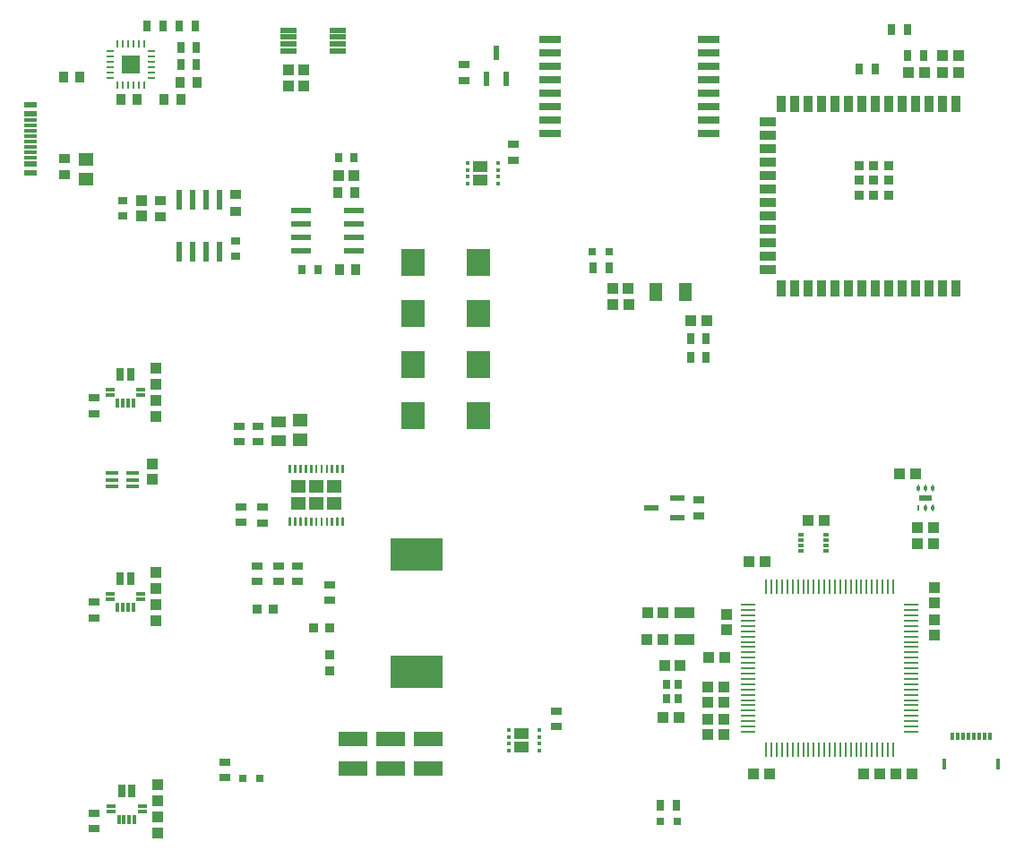
<source format=gbr>
%TF.GenerationSoftware,Altium Limited,Altium Designer,24.4.1 (13)*%
G04 Layer_Color=8421504*
%FSLAX45Y45*%
%MOMM*%
%TF.SameCoordinates,7BA59CB3-8EBC-4C6A-B4C6-80429C3BB8AE*%
%TF.FilePolarity,Positive*%
%TF.FileFunction,Paste,Top*%
%TF.Part,Single*%
G01*
G75*
%TA.AperFunction,SMDPad,CuDef*%
%ADD10R,1.15000X0.30000*%
%ADD11R,1.15000X0.60000*%
%TA.AperFunction,ConnectorPad*%
%ADD12R,0.90000X1.50000*%
%TA.AperFunction,SMDPad,CuDef*%
%ADD13R,0.30000X0.70000*%
%ADD14R,0.30000X1.00000*%
%ADD15R,0.80000X0.80000*%
G04:AMPARAMS|DCode=16|XSize=0.60607mm|YSize=0.29247mm|CornerRadius=0.14624mm|HoleSize=0mm|Usage=FLASHONLY|Rotation=90.000|XOffset=0mm|YOffset=0mm|HoleType=Round|Shape=RoundedRectangle|*
%AMROUNDEDRECTD16*
21,1,0.60607,0.00000,0,0,90.0*
21,1,0.31360,0.29247,0,0,90.0*
1,1,0.29247,0.00000,0.15680*
1,1,0.29247,0.00000,-0.15680*
1,1,0.29247,0.00000,-0.15680*
1,1,0.29247,0.00000,0.15680*
%
%ADD16ROUNDEDRECTD16*%
%ADD17R,0.29247X0.60607*%
%ADD19R,0.80000X1.00000*%
%ADD20R,1.00000X0.80000*%
%ADD26R,1.05000X1.00000*%
%ADD27R,2.30000X2.52000*%
%ADD28R,2.00000X0.80000*%
%ADD30R,0.68107X0.23928*%
G04:AMPARAMS|DCode=31|XSize=0.68107mm|YSize=0.23928mm|CornerRadius=0.11964mm|HoleSize=0mm|Usage=FLASHONLY|Rotation=180.000|XOffset=0mm|YOffset=0mm|HoleType=Round|Shape=RoundedRectangle|*
%AMROUNDEDRECTD31*
21,1,0.68107,0.00000,0,0,180.0*
21,1,0.44178,0.23928,0,0,180.0*
1,1,0.23928,-0.22089,0.00000*
1,1,0.23928,0.22089,0.00000*
1,1,0.23928,0.22089,0.00000*
1,1,0.23928,-0.22089,0.00000*
%
%ADD31ROUNDEDRECTD31*%
G04:AMPARAMS|DCode=32|XSize=0.23928mm|YSize=0.68107mm|CornerRadius=0.11964mm|HoleSize=0mm|Usage=FLASHONLY|Rotation=180.000|XOffset=0mm|YOffset=0mm|HoleType=Round|Shape=RoundedRectangle|*
%AMROUNDEDRECTD32*
21,1,0.23928,0.44178,0,0,180.0*
21,1,0.00000,0.68107,0,0,180.0*
1,1,0.23928,0.00000,0.22089*
1,1,0.23928,0.00000,0.22089*
1,1,0.23928,0.00000,-0.22089*
1,1,0.23928,0.00000,-0.22089*
%
%ADD32ROUNDEDRECTD32*%
%ADD34R,0.54000X0.35000*%
%TA.AperFunction,ConnectorPad*%
G04:AMPARAMS|DCode=35|XSize=0.45mm|YSize=1.55mm|CornerRadius=0.0495mm|HoleSize=0mm|Usage=FLASHONLY|Rotation=270.000|XOffset=0mm|YOffset=0mm|HoleType=Round|Shape=RoundedRectangle|*
%AMROUNDEDRECTD35*
21,1,0.45000,1.45100,0,0,270.0*
21,1,0.35100,1.55000,0,0,270.0*
1,1,0.09900,-0.72550,-0.17550*
1,1,0.09900,-0.72550,0.17550*
1,1,0.09900,0.72550,0.17550*
1,1,0.09900,0.72550,-0.17550*
%
%ADD35ROUNDEDRECTD35*%
%TA.AperFunction,SMDPad,CuDef*%
%ADD38R,0.89000X0.93000*%
%ADD39R,1.38000X1.10000*%
%ADD40R,1.45000X1.15000*%
%ADD41R,0.93000X0.89000*%
%ADD44R,1.46200X0.27940*%
%ADD45R,0.27940X1.46200*%
%ADD46R,1.90000X1.10000*%
%ADD47R,1.00000X1.05000*%
%ADD48R,0.80000X0.90000*%
%ADD49R,2.81000X1.45000*%
%ADD50R,5.00000X3.10000*%
%ADD51R,0.60000X1.35000*%
%ADD52R,1.35000X0.60000*%
%TA.AperFunction,ConnectorPad*%
%ADD53R,1.50000X0.90000*%
%TA.AperFunction,BGAPad,CuDef*%
%ADD54R,0.90000X0.90000*%
%TA.AperFunction,SMDPad,CuDef*%
%ADD55R,1.30000X1.80000*%
%ADD56R,0.65000X0.90000*%
%ADD57R,1.04000X1.02000*%
%ADD58R,0.92000X0.98000*%
%ADD59R,0.90000X0.65000*%
%ADD60R,0.98000X0.92000*%
%ADD61R,0.50800X1.98120*%
%ADD62R,1.02000X1.04000*%
%ADD63R,1.98120X0.50800*%
G04:AMPARAMS|DCode=64|XSize=1.19mm|YSize=0.4mm|CornerRadius=0.05mm|HoleSize=0mm|Usage=FLASHONLY|Rotation=180.000|XOffset=0mm|YOffset=0mm|HoleType=Round|Shape=RoundedRectangle|*
%AMROUNDEDRECTD64*
21,1,1.19000,0.30000,0,0,180.0*
21,1,1.09000,0.40000,0,0,180.0*
1,1,0.10000,-0.54500,0.15000*
1,1,0.10000,0.54500,0.15000*
1,1,0.10000,0.54500,-0.15000*
1,1,0.10000,-0.54500,-0.15000*
%
%ADD64ROUNDEDRECTD64*%
%ADD65R,0.30000X0.85000*%
%ADD66R,0.85000X0.30000*%
%TA.AperFunction,Conductor*%
%ADD77R,0.80000X1.30000*%
%ADD78R,0.80000X1.30000*%
%TA.AperFunction,NonConductor*%
%ADD158R,1.24582X0.54582*%
%ADD159R,1.80250X1.80250*%
%ADD160R,0.45000X0.34000*%
%ADD161R,1.44500X1.02000*%
%ADD162R,1.40000X1.30000*%
%ADD163R,1.40000X1.30000*%
%ADD164R,1.40000X1.30000*%
%ADD165R,1.40000X1.30000*%
G36*
X6232100Y6423100D02*
Y6420813D01*
X6230349Y6416586D01*
X6227114Y6413351D01*
X6222887Y6411600D01*
X6218312D01*
X6214086Y6413351D01*
X6210850Y6416586D01*
X6209100Y6420813D01*
Y6421213D01*
Y6423100D01*
Y6423600D01*
Y6491600D01*
X6232100D01*
Y6423100D01*
D02*
G37*
G36*
X6182100D02*
Y6420813D01*
X6180349Y6416586D01*
X6177114Y6413351D01*
X6172887Y6411600D01*
X6168313D01*
X6164086Y6413351D01*
X6160851Y6416586D01*
X6159100Y6420813D01*
Y6421213D01*
Y6423100D01*
Y6423600D01*
Y6491600D01*
X6182100D01*
X6182100Y6423100D01*
D02*
G37*
G36*
X6132100D02*
Y6420813D01*
X6130349Y6416586D01*
X6127114Y6413351D01*
X6122887Y6411600D01*
X6118312D01*
X6114086Y6413351D01*
X6110850Y6416586D01*
X6109100Y6420813D01*
Y6423100D01*
X6109100D01*
Y6491600D01*
X6132100D01*
Y6423100D01*
D02*
G37*
G36*
X6082100D02*
Y6420813D01*
X6080349Y6416586D01*
X6077114Y6413351D01*
X6072887Y6411600D01*
X6068312D01*
X6064086Y6413351D01*
X6060850Y6416586D01*
X6059100Y6420813D01*
Y6421213D01*
Y6423100D01*
Y6423600D01*
Y6491600D01*
X6082100D01*
X6082100Y6423100D01*
D02*
G37*
G36*
X6032100D02*
Y6420813D01*
X6030349Y6416586D01*
X6027114Y6413351D01*
X6022887Y6411600D01*
X6018312D01*
X6014086Y6413351D01*
X6010850Y6416586D01*
X6009100Y6420813D01*
Y6423100D01*
X6009100D01*
Y6491600D01*
X6032100D01*
Y6423100D01*
D02*
G37*
G36*
X5982100D02*
Y6420813D01*
X5980349Y6416586D01*
X5977114Y6413351D01*
X5972887Y6411600D01*
X5968312D01*
X5964086Y6413351D01*
X5960850Y6416586D01*
X5959100Y6420813D01*
Y6423100D01*
Y6423600D01*
Y6491600D01*
X5982100D01*
Y6423100D01*
D02*
G37*
G36*
X5932100D02*
Y6420813D01*
X5930349Y6416586D01*
X5927114Y6413351D01*
X5922887Y6411600D01*
X5918313D01*
X5914086Y6413351D01*
X5910851Y6416586D01*
X5909100Y6420813D01*
Y6421213D01*
Y6423100D01*
Y6423600D01*
Y6491600D01*
X5932100D01*
X5932100Y6423100D01*
D02*
G37*
G36*
X5882100D02*
Y6420813D01*
X5880349Y6416586D01*
X5877114Y6413351D01*
X5872887Y6411600D01*
X5868312D01*
X5864086Y6413351D01*
X5860850Y6416586D01*
X5859100Y6420813D01*
Y6423100D01*
X5859100D01*
Y6491600D01*
X5882100D01*
Y6423100D01*
D02*
G37*
G36*
X5832100D02*
Y6420813D01*
X5830349Y6416586D01*
X5827114Y6413351D01*
X5822887Y6411600D01*
X5818312D01*
X5814086Y6413351D01*
X5810850Y6416586D01*
X5809100Y6420813D01*
Y6421213D01*
Y6423600D01*
Y6491600D01*
X5832100D01*
X5832100Y6423100D01*
D02*
G37*
G36*
X5782100D02*
Y6420813D01*
X5780349Y6416586D01*
X5777114Y6413351D01*
X5772887Y6411600D01*
X5768312D01*
X5764085Y6413351D01*
X5760850Y6416586D01*
X5759100Y6420813D01*
Y6423100D01*
X5759100D01*
Y6491600D01*
X5782100D01*
Y6423100D01*
D02*
G37*
G36*
X5732100D02*
Y6420813D01*
X5730349Y6416586D01*
X5727114Y6413351D01*
X5722887Y6411600D01*
X5718312D01*
X5714086Y6413351D01*
X5710850Y6416586D01*
X5709100Y6420813D01*
Y6423100D01*
Y6423600D01*
Y6491600D01*
X5732100D01*
Y6423100D01*
D02*
G37*
G36*
X6227114Y5994849D02*
X6230349Y5991614D01*
X6232100Y5987387D01*
Y5985100D01*
Y5916600D01*
X6209100D01*
Y5985100D01*
Y5987387D01*
X6210850Y5991614D01*
X6214086Y5994849D01*
X6218312Y5996600D01*
X6222887D01*
X6227114Y5994849D01*
D02*
G37*
G36*
X6177114D02*
X6180349Y5991614D01*
X6182100Y5987387D01*
Y5985100D01*
X6182100D01*
Y5916600D01*
X6159100D01*
Y5985100D01*
Y5987387D01*
X6160851Y5991614D01*
X6164086Y5994849D01*
X6168313Y5996600D01*
X6172887D01*
X6177114Y5994849D01*
D02*
G37*
G36*
X6127114D02*
X6130349Y5991614D01*
X6132100Y5987387D01*
Y5985100D01*
Y5916600D01*
X6109100D01*
X6109100Y5985100D01*
Y5987387D01*
X6110850Y5991614D01*
X6114086Y5994849D01*
X6118312Y5996600D01*
X6122887D01*
X6127114Y5994849D01*
D02*
G37*
G36*
X6077114D02*
X6080349Y5991614D01*
X6082100Y5987387D01*
Y5985100D01*
X6082100D01*
Y5916600D01*
X6059100D01*
Y5985100D01*
Y5987387D01*
X6060850Y5991614D01*
X6064086Y5994849D01*
X6068312Y5996600D01*
X6072887D01*
X6077114Y5994849D01*
D02*
G37*
G36*
X6027114D02*
X6030349Y5991614D01*
X6032100Y5987387D01*
Y5985100D01*
Y5916600D01*
X6009100D01*
X6009100Y5985100D01*
Y5987387D01*
X6010850Y5991614D01*
X6014086Y5994849D01*
X6018312Y5996600D01*
X6022887D01*
X6027114Y5994849D01*
D02*
G37*
G36*
X5977114D02*
X5980349Y5991614D01*
X5982100Y5987387D01*
Y5985100D01*
Y5916600D01*
X5959100D01*
Y5985100D01*
Y5987387D01*
X5960850Y5991614D01*
X5964086Y5994849D01*
X5968312Y5996600D01*
X5972887D01*
X5977114Y5994849D01*
D02*
G37*
G36*
X5927114D02*
X5930349Y5991614D01*
X5932100Y5987387D01*
Y5985100D01*
X5932100D01*
Y5916600D01*
X5909100D01*
Y5985100D01*
Y5987387D01*
X5910851Y5991614D01*
X5914086Y5994849D01*
X5918313Y5996600D01*
X5922887D01*
X5927114Y5994849D01*
D02*
G37*
G36*
X5877114D02*
X5880349Y5991614D01*
X5882100Y5987387D01*
Y5985100D01*
Y5916600D01*
X5859100D01*
X5859100Y5985100D01*
Y5987387D01*
X5860850Y5991614D01*
X5864086Y5994849D01*
X5868312Y5996600D01*
X5872887D01*
X5877114Y5994849D01*
D02*
G37*
G36*
X5827114D02*
X5830349Y5991614D01*
X5832100Y5987387D01*
Y5985100D01*
X5832100D01*
Y5916600D01*
X5809100D01*
Y5985100D01*
Y5987387D01*
X5810850Y5991614D01*
X5814086Y5994849D01*
X5818312Y5996600D01*
X5822887D01*
X5827114Y5994849D01*
D02*
G37*
G36*
X5777114D02*
X5780349Y5991614D01*
X5782100Y5987387D01*
Y5985100D01*
Y5916600D01*
X5759100D01*
X5759100Y5985100D01*
Y5987387D01*
X5760850Y5991614D01*
X5764085Y5994849D01*
X5768312Y5996600D01*
X5772887D01*
X5777114Y5994849D01*
D02*
G37*
G36*
X5727114D02*
X5730349Y5991614D01*
X5732100Y5987387D01*
Y5985100D01*
Y5916600D01*
X5709100D01*
Y5985100D01*
Y5987387D01*
X5710850Y5991614D01*
X5714086Y5994849D01*
X5718312Y5996600D01*
X5722887D01*
X5727114Y5994849D01*
D02*
G37*
D10*
X3268980Y9748220D02*
D03*
Y9698220D02*
D03*
Y9648220D02*
D03*
Y9398220D02*
D03*
Y9448220D02*
D03*
Y9498220D02*
D03*
Y9598220D02*
D03*
Y9548220D02*
D03*
D11*
Y9333220D02*
D03*
Y9813220D02*
D03*
Y9253220D02*
D03*
Y9893220D02*
D03*
D12*
X10360800Y9906800D02*
D03*
X10487800D02*
D03*
X12011800Y8156800D02*
D03*
X11884800D02*
D03*
X11757800D02*
D03*
X11630800D02*
D03*
X11503800D02*
D03*
X11376800D02*
D03*
X11249800D02*
D03*
X11122800D02*
D03*
X10995800D02*
D03*
X10868800D02*
D03*
X10741800D02*
D03*
X10614800D02*
D03*
X10487800D02*
D03*
X10360800D02*
D03*
X10614800Y9906800D02*
D03*
X10741800D02*
D03*
X10868800D02*
D03*
X10995800D02*
D03*
X11122800D02*
D03*
X11249800D02*
D03*
X11376800D02*
D03*
X11503800D02*
D03*
X11630800D02*
D03*
X11757800D02*
D03*
X11884800D02*
D03*
X12011800D02*
D03*
D13*
X12184380Y3924300D02*
D03*
X12134380D02*
D03*
X12084380D02*
D03*
X12034380D02*
D03*
X11984380D02*
D03*
X12234380D02*
D03*
X12284380D02*
D03*
X12334380D02*
D03*
D14*
X11905380Y3659300D02*
D03*
X12413380D02*
D03*
D15*
X9381480Y3124200D02*
D03*
X9221480D02*
D03*
X8741400Y8509000D02*
D03*
X8581400D02*
D03*
X5439400Y3530600D02*
D03*
X5279400D02*
D03*
D16*
X11660692Y6274103D02*
D03*
X11725692D02*
D03*
X11790692D02*
D03*
Y6083497D02*
D03*
X11725692D02*
D03*
D17*
X11660692D02*
D03*
D19*
X9371400Y3276600D02*
D03*
X9221400D02*
D03*
X8736400Y8356600D02*
D03*
X8586400D02*
D03*
X11708200Y10363200D02*
D03*
X11558200D02*
D03*
X11405800Y10604500D02*
D03*
X11555800D02*
D03*
X11251000Y10236200D02*
D03*
X11101000D02*
D03*
X9506600Y7688400D02*
D03*
X9656600D02*
D03*
X9656600Y7510600D02*
D03*
X9506600D02*
D03*
X4837500Y10439400D02*
D03*
X4687500D02*
D03*
X4687500Y10274300D02*
D03*
X4837500D02*
D03*
X4520000Y10642600D02*
D03*
X4370000D02*
D03*
X4824800D02*
D03*
X4674800D02*
D03*
D20*
X5105400Y3681800D02*
D03*
Y3531800D02*
D03*
X8242300Y4014400D02*
D03*
Y4164400D02*
D03*
X5791200Y5386000D02*
D03*
Y5536000D02*
D03*
X5613400Y5536000D02*
D03*
Y5386000D02*
D03*
X5410200Y5536000D02*
D03*
Y5386000D02*
D03*
X5257800Y6094800D02*
D03*
Y5944800D02*
D03*
X5461000Y5943600D02*
D03*
Y6093600D02*
D03*
X5245100Y6856800D02*
D03*
Y6706800D02*
D03*
X5422900Y6856800D02*
D03*
Y6706800D02*
D03*
X6096000Y5358200D02*
D03*
Y5208200D02*
D03*
X7831753Y9370907D02*
D03*
Y9520907D02*
D03*
X7366000Y10123100D02*
D03*
Y10273100D02*
D03*
X9588500Y6158300D02*
D03*
Y6008300D02*
D03*
X3873500Y3199200D02*
D03*
Y3049200D02*
D03*
Y5193100D02*
D03*
Y5043100D02*
D03*
Y7123500D02*
D03*
Y6973500D02*
D03*
D26*
X11800692Y5747000D02*
D03*
X11650692D02*
D03*
X11800692Y5899400D02*
D03*
X11650692D02*
D03*
X10621992Y5969000D02*
D03*
X10771992D02*
D03*
X9249192Y5092700D02*
D03*
X9099192D02*
D03*
X9247992Y4838700D02*
D03*
X9097992D02*
D03*
X10213192Y5575300D02*
D03*
X10063192D02*
D03*
X11632000Y6405880D02*
D03*
X11482000D02*
D03*
X9828600Y4673600D02*
D03*
X9678600D02*
D03*
X9259500Y4597400D02*
D03*
X9409500D02*
D03*
X9396800Y4102100D02*
D03*
X9246800D02*
D03*
X10251292Y3568700D02*
D03*
X10101292D02*
D03*
X11292692D02*
D03*
X11142692D02*
D03*
X11447492D02*
D03*
X11597492D02*
D03*
X5703500Y10071100D02*
D03*
X5853500D02*
D03*
X5703500Y10223500D02*
D03*
X5853500D02*
D03*
X11719700Y10198100D02*
D03*
X11569700D02*
D03*
X11888400D02*
D03*
X12038400D02*
D03*
X11888400Y10363200D02*
D03*
X12038400D02*
D03*
X8920000Y8158300D02*
D03*
X8770000D02*
D03*
X8921200Y8005900D02*
D03*
X8771200D02*
D03*
X9657800Y7853500D02*
D03*
X9507800D02*
D03*
D27*
X7504280Y7442200D02*
D03*
X6882280D02*
D03*
X7505400Y8407400D02*
D03*
X6883400D02*
D03*
X6882280Y6959600D02*
D03*
X7504280D02*
D03*
X6883400Y7924800D02*
D03*
X7505400D02*
D03*
D28*
X9678800Y10261600D02*
D03*
Y10134600D02*
D03*
Y10007600D02*
D03*
Y9880600D02*
D03*
Y9753600D02*
D03*
Y9626600D02*
D03*
X8178800D02*
D03*
Y9753600D02*
D03*
Y9880600D02*
D03*
Y10007600D02*
D03*
Y10134600D02*
D03*
Y10261600D02*
D03*
Y10388600D02*
D03*
Y10515600D02*
D03*
X9678800Y10388600D02*
D03*
Y10515600D02*
D03*
D30*
X4408353Y10150353D02*
D03*
D31*
Y10200353D02*
D03*
Y10250353D02*
D03*
Y10300353D02*
D03*
Y10350353D02*
D03*
Y10400353D02*
D03*
X4025247D02*
D03*
Y10350353D02*
D03*
Y10300353D02*
D03*
Y10250353D02*
D03*
Y10200353D02*
D03*
Y10150353D02*
D03*
D32*
X4341800Y10466906D02*
D03*
X4291800D02*
D03*
X4241800D02*
D03*
X4191800D02*
D03*
X4141800D02*
D03*
X4091800D02*
D03*
Y10083800D02*
D03*
X4141800D02*
D03*
X4191800D02*
D03*
X4241800D02*
D03*
X4291800D02*
D03*
X4341800D02*
D03*
D34*
X10790092Y5828100D02*
D03*
Y5778100D02*
D03*
Y5728100D02*
D03*
Y5678100D02*
D03*
X10553092D02*
D03*
Y5728100D02*
D03*
Y5778100D02*
D03*
Y5828100D02*
D03*
D35*
X5711100Y10600400D02*
D03*
Y10535400D02*
D03*
Y10470400D02*
D03*
Y10405400D02*
D03*
X6176100Y10600400D02*
D03*
Y10535400D02*
D03*
Y10470400D02*
D03*
Y10405400D02*
D03*
D38*
X5409400Y5130800D02*
D03*
X5563400D02*
D03*
X5942800Y4953000D02*
D03*
X6096800D02*
D03*
D39*
X5613400Y6720900D02*
D03*
Y6893500D02*
D03*
D40*
X5816600Y6729900D02*
D03*
Y6909900D02*
D03*
X3797300Y9193700D02*
D03*
Y9373700D02*
D03*
D41*
X6096000Y4699800D02*
D03*
Y4545800D02*
D03*
D44*
X10049292Y5168000D02*
D03*
Y5118000D02*
D03*
Y5068000D02*
D03*
Y5018000D02*
D03*
Y4968000D02*
D03*
Y4918000D02*
D03*
Y4868000D02*
D03*
Y4818000D02*
D03*
Y4768000D02*
D03*
Y4718000D02*
D03*
Y4668000D02*
D03*
Y4618000D02*
D03*
Y4568000D02*
D03*
Y4518000D02*
D03*
Y4468000D02*
D03*
Y4418000D02*
D03*
Y4368000D02*
D03*
Y4318000D02*
D03*
Y4268000D02*
D03*
Y4218000D02*
D03*
Y4168000D02*
D03*
Y4118000D02*
D03*
Y4068000D02*
D03*
Y4018000D02*
D03*
Y3968000D02*
D03*
X11593612D02*
D03*
Y4018000D02*
D03*
Y4068000D02*
D03*
Y4118000D02*
D03*
Y4168000D02*
D03*
Y4218000D02*
D03*
Y4268000D02*
D03*
Y4318000D02*
D03*
Y4368000D02*
D03*
Y4418000D02*
D03*
Y4468000D02*
D03*
Y4518000D02*
D03*
Y4568000D02*
D03*
Y4618000D02*
D03*
Y4668000D02*
D03*
Y4718000D02*
D03*
Y4768000D02*
D03*
Y4818000D02*
D03*
Y4868000D02*
D03*
Y4918000D02*
D03*
Y4968000D02*
D03*
Y5018000D02*
D03*
Y5068000D02*
D03*
Y5118000D02*
D03*
Y5168000D02*
D03*
D45*
X10221452Y3795840D02*
D03*
X10271452D02*
D03*
X10321452D02*
D03*
X10371452D02*
D03*
X10421452D02*
D03*
X10471452D02*
D03*
X10521452D02*
D03*
X10571452D02*
D03*
X10621452D02*
D03*
X10671452D02*
D03*
X10721452D02*
D03*
X10771452D02*
D03*
X10821452D02*
D03*
X10871452D02*
D03*
X10921452D02*
D03*
X10971452D02*
D03*
X11021452D02*
D03*
X11071452D02*
D03*
X11121452D02*
D03*
X11171452D02*
D03*
X11221452D02*
D03*
X11271452D02*
D03*
X11321452D02*
D03*
X11371452D02*
D03*
X11421452D02*
D03*
Y5340160D02*
D03*
X11371452D02*
D03*
X11321452D02*
D03*
X11271452D02*
D03*
X11221452D02*
D03*
X11171452D02*
D03*
X11121452D02*
D03*
X11071452D02*
D03*
X11021452D02*
D03*
X10971452D02*
D03*
X10921452D02*
D03*
X10871452D02*
D03*
X10821452D02*
D03*
X10771452D02*
D03*
X10721452D02*
D03*
X10671452D02*
D03*
X10621452D02*
D03*
X10571452D02*
D03*
X10521452D02*
D03*
X10471452D02*
D03*
X10421452D02*
D03*
X10371452D02*
D03*
X10321452D02*
D03*
X10271452D02*
D03*
X10221452D02*
D03*
D46*
X9452392Y4840700D02*
D03*
Y5090700D02*
D03*
D47*
X9846092Y4928800D02*
D03*
Y5078800D02*
D03*
X11814592Y5182800D02*
D03*
Y5332800D02*
D03*
Y5028000D02*
D03*
Y4878000D02*
D03*
X9668292Y4243000D02*
D03*
Y4393000D02*
D03*
Y4088200D02*
D03*
Y3938200D02*
D03*
X9820692Y4243000D02*
D03*
Y4393000D02*
D03*
Y4088200D02*
D03*
Y3938200D02*
D03*
X4419600Y6351200D02*
D03*
Y6501200D02*
D03*
X4470400Y3465900D02*
D03*
Y3315900D02*
D03*
Y3161100D02*
D03*
Y3011100D02*
D03*
X4457700Y5167700D02*
D03*
Y5017700D02*
D03*
Y5472500D02*
D03*
Y5322500D02*
D03*
Y7098100D02*
D03*
Y6948100D02*
D03*
Y7402900D02*
D03*
Y7252900D02*
D03*
D48*
X9388892Y4419600D02*
D03*
Y4279600D02*
D03*
X9278892D02*
D03*
Y4419600D02*
D03*
D49*
X6319520Y3902200D02*
D03*
Y3616200D02*
D03*
X6675120Y3902200D02*
D03*
Y3616200D02*
D03*
X7030720Y3902200D02*
D03*
Y3616200D02*
D03*
D50*
X6921500Y5647700D02*
D03*
Y4537700D02*
D03*
D51*
X7575800Y10141600D02*
D03*
X7765800D02*
D03*
X7670800Y10381600D02*
D03*
D52*
X9138300Y6083300D02*
D03*
X9378300Y6178300D02*
D03*
Y5988300D02*
D03*
D53*
X10235800Y8333300D02*
D03*
Y8460300D02*
D03*
Y8587300D02*
D03*
Y8714300D02*
D03*
Y8841300D02*
D03*
Y8968300D02*
D03*
Y9095300D02*
D03*
Y9222300D02*
D03*
Y9349300D02*
D03*
Y9476300D02*
D03*
Y9603300D02*
D03*
Y9730300D02*
D03*
D54*
X11379800Y9041800D02*
D03*
Y9181800D02*
D03*
Y9321800D02*
D03*
X11099800Y9041800D02*
D03*
Y9181800D02*
D03*
Y9321800D02*
D03*
X11239800Y9041800D02*
D03*
Y9321800D02*
D03*
Y9181800D02*
D03*
D55*
X9461800Y8128000D02*
D03*
X9181800D02*
D03*
D56*
X6180980Y9392920D02*
D03*
X6325980D02*
D03*
X5983080Y8338820D02*
D03*
X5838080D02*
D03*
D57*
X6326980Y9227820D02*
D03*
X6179980D02*
D03*
D58*
X6330980Y9062720D02*
D03*
X6175980D02*
D03*
X6343680Y8338820D02*
D03*
X6188680D02*
D03*
X3735100Y10160000D02*
D03*
X3580100D02*
D03*
X4685000Y10109200D02*
D03*
X4840000D02*
D03*
X4278660Y9941560D02*
D03*
X4123660D02*
D03*
X4532600Y9944100D02*
D03*
X4687600D02*
D03*
D59*
X4140200Y8842900D02*
D03*
Y8987900D02*
D03*
X5207000Y8606900D02*
D03*
Y8461900D02*
D03*
D60*
Y9043700D02*
D03*
Y8888700D02*
D03*
X4495800Y8991600D02*
D03*
Y8836600D02*
D03*
X3594100Y9386600D02*
D03*
Y9231600D02*
D03*
D61*
X4673600Y8996680D02*
D03*
X4800600D02*
D03*
X4927600D02*
D03*
X5054600D02*
D03*
Y8503920D02*
D03*
X4927600D02*
D03*
X4800600D02*
D03*
X4673600D02*
D03*
D62*
X4318000Y8988900D02*
D03*
Y8841900D02*
D03*
D63*
X5829300Y8897620D02*
D03*
Y8770620D02*
D03*
Y8643620D02*
D03*
Y8516620D02*
D03*
X6322060D02*
D03*
Y8643620D02*
D03*
Y8770620D02*
D03*
Y8897620D02*
D03*
D64*
X4230600Y6415000D02*
D03*
Y6350000D02*
D03*
Y6285000D02*
D03*
X4038600D02*
D03*
Y6350000D02*
D03*
Y6415000D02*
D03*
D65*
X4103300Y3141800D02*
D03*
X4153300D02*
D03*
X4203300D02*
D03*
X4253300D02*
D03*
X4090600Y5148400D02*
D03*
X4140600D02*
D03*
X4190600D02*
D03*
X4240600D02*
D03*
X4090600Y7078800D02*
D03*
X4140600D02*
D03*
X4190600D02*
D03*
X4240600D02*
D03*
D66*
X4323300Y3211800D02*
D03*
Y3261800D02*
D03*
X4033300Y3211800D02*
D03*
Y3261800D02*
D03*
X4310600Y5218400D02*
D03*
Y5268400D02*
D03*
X4020600Y5218400D02*
D03*
Y5268400D02*
D03*
X4310600Y7148800D02*
D03*
Y7198800D02*
D03*
X4020600Y7148800D02*
D03*
Y7198800D02*
D03*
D77*
X4128300Y3411800D02*
D03*
X4115600Y5418400D02*
D03*
Y7348800D02*
D03*
D78*
X4228300Y3411800D02*
D03*
X4215600Y5418400D02*
D03*
Y7348800D02*
D03*
D158*
X11725692Y6178800D02*
D03*
D159*
X4216800Y10275353D02*
D03*
D160*
X8079272Y3788344D02*
D03*
X8079274Y3853349D02*
D03*
Y3918349D02*
D03*
X8079272Y3983344D02*
D03*
X7792274Y3788349D02*
D03*
X7792272Y3853344D02*
D03*
Y3918344D02*
D03*
X7792274Y3983349D02*
D03*
X7690653Y9147745D02*
D03*
X7690653Y9212748D02*
D03*
Y9277748D02*
D03*
X7690653Y9342745D02*
D03*
X7403653Y9147748D02*
D03*
Y9212745D02*
D03*
Y9277745D02*
D03*
Y9342748D02*
D03*
D161*
X7909524Y3822349D02*
D03*
Y3949349D02*
D03*
X7520903Y9181748D02*
D03*
Y9308748D02*
D03*
D162*
X5800600Y6124100D02*
D03*
D163*
Y6284100D02*
D03*
D164*
X6140600Y6124100D02*
D03*
D165*
Y6284100D02*
D03*
X5970600Y6124100D02*
D03*
X5970600Y6284100D02*
D03*
%TF.MD5,aeac1bc6365df2440b69476a8e25eb29*%
M02*

</source>
